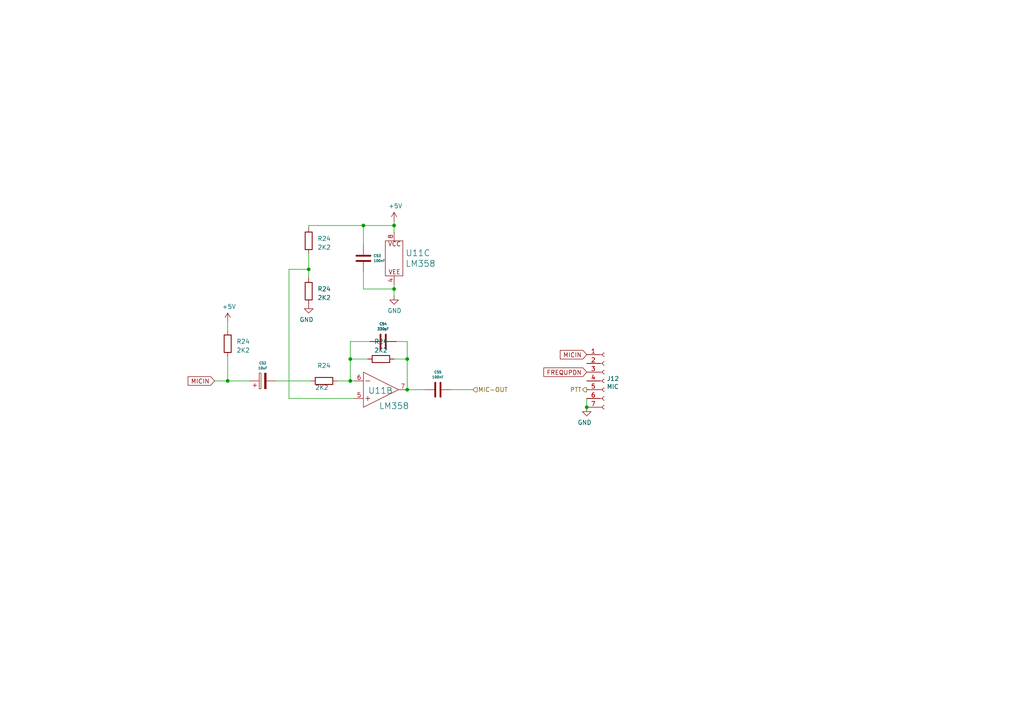
<source format=kicad_sch>
(kicad_sch (version 20230121) (generator eeschema)
  (paper "A4")
  (lib_symbols
    (symbol "Connector:Conn_01x07_Female" (pin_names (offset 1.016) hide)
      (property "Reference" "J" (at 0 10.16 0))
      (property "Value" "Conn_01x07_Female" (at 0 -10.16 0))
      (symbol "Conn_01x07_Female_1_1"
        (arc (start 0 -7.112) (mid -0.5058 -7.62) (end 0 -8.128) (stroke (width 0.1524)))
        (arc (start 0 -4.572) (mid -0.5058 -5.08) (end 0 -5.588) (stroke (width 0.1524)))
        (arc (start 0 -2.032) (mid -0.5058 -2.54) (end 0 -3.048) (stroke (width 0.1524)))
        (polyline (pts (xy -1.27 -7.62) (xy -0.508 -7.62)) (stroke (width 0.1524)))
        (polyline (pts (xy -1.27 -5.08) (xy -0.508 -5.08)) (stroke (width 0.1524)))
        (polyline (pts (xy -1.27 -2.54) (xy -0.508 -2.54)) (stroke (width 0.1524)))
        (polyline (pts (xy -1.27 0) (xy -0.508 0)) (stroke (width 0.1524)))
        (polyline (pts (xy -1.27 2.54) (xy -0.508 2.54)) (stroke (width 0.1524)))
        (polyline (pts (xy -1.27 5.08) (xy -0.508 5.08)) (stroke (width 0.1524)))
        (polyline (pts (xy -1.27 7.62) (xy -0.508 7.62)) (stroke (width 0.1524)))
        (arc (start 0 0.508) (mid -0.5058 0) (end 0 -0.508) (stroke (width 0.1524)))
        (arc (start 0 3.048) (mid -0.5058 2.54) (end 0 2.032) (stroke (width 0.1524)))
        (arc (start 0 5.588) (mid -0.5058 5.08) (end 0 4.572) (stroke (width 0.1524)))
        (arc (start 0 8.128) (mid -0.5058 7.62) (end 0 7.112) (stroke (width 0.1524)))
        (pin passive line (at -5.08 7.62 0) (length 3.81) (name "Pin_1") (number "1"))
        (pin passive line (at -5.08 5.08 0) (length 3.81) (name "Pin_2") (number "2"))
        (pin passive line (at -5.08 2.54 0) (length 3.81) (name "Pin_3") (number "3"))
        (pin passive line (at -5.08 0 0) (length 3.81) (name "Pin_4") (number "4"))
        (pin passive line (at -5.08 -2.54 0) (length 3.81) (name "Pin_5") (number "5"))
        (pin passive line (at -5.08 -5.08 0) (length 3.81) (name "Pin_6") (number "6"))
        (pin passive line (at -5.08 -7.62 0) (length 3.81) (name "Pin_7") (number "7"))
      )
    )
    (symbol "Device:R" (pin_numbers hide) (pin_names (offset 0))
      (property "Reference" "R" (at 2.032 0 90))
      (property "Value" "R" (at 0 0 90))
      (symbol "R_0_1"
        (rectangle (start -1.016 -2.54) (end 1.016 2.54) (stroke (width 0.254)))
      )
      (symbol "R_1_1"
        (pin passive line (at 0 3.81 270) (length 1.27) (name "~") (number "1"))
        (pin passive line (at 0 -3.81 90) (length 1.27) (name "~") (number "2"))
      )
    )
    (symbol "mic-preamp-rescue:Cap_Polarized-Xenir" (pin_names (offset 1.016))
      (property "Reference" "C" (at 0 -5.715 0))
      (property "Value" "Cap_Polarized-Xenir" (at 0 1.27 0))
      (symbol "Cap_Polarized-Xenir_1_1"
        (rectangle (start -0.508 -4.826) (end -1.016 -0.254))
        (polyline (pts (xy -2.794 -3.81) (xy -1.778 -3.81)))
        (polyline (pts (xy -2.286 -4.318) (xy -2.286 -3.302)))
        (rectangle (start 0.508 -0.254) (end 1.016 -4.826) (fill (type outline)))
        (pin passive line (at -3.81 -2.54 0) (length 2.794) (name "~") (number "1"))
        (pin passive line (at 3.81 -2.54 180) (length 2.794) (name "~") (number "2"))
      )
    )
    (symbol "mic-preamp-rescue:Capacitor-Xenir" (pin_names (offset 1.016))
      (property "Reference" "C" (at 0 3.175 0))
      (property "Value" "Capacitor-Xenir" (at 0 -3.175 0))
      (symbol "Capacitor-Xenir_1_1"
        (polyline (pts (xy -0.762 -2.032) (xy -0.762 2.032)) (stroke (width 0.508)))
        (polyline (pts (xy 0.762 -2.032) (xy 0.762 2.032)) (stroke (width 0.508)))
        (pin passive line (at -3.81 0 0) (length 2.794) (name "~") (number "1"))
        (pin passive line (at 3.81 0 180) (length 2.794) (name "~") (number "2"))
      )
    )
    (symbol "mic-preamp-rescue:LM358-Xenir" (pin_names (offset 1.016))
      (property "Reference" "U" (at -3.81 -1.27 0))
      (property "Value" "LM358-Xenir" (at -1.27 6.35 0))
      (symbol "LM358-Xenir_1_0"
        (polyline (pts (xy -5.08 -5.08) (xy 5.08 0)))
        (polyline (pts (xy -5.08 5.08) (xy -5.08 -5.08)))
        (polyline (pts (xy -4.445 -2.54) (xy -3.175 -2.54)))
        (polyline (pts (xy -4.445 2.54) (xy -3.175 2.54)))
        (polyline (pts (xy -3.81 -1.905) (xy -3.81 -3.175)))
        (polyline (pts (xy 5.08 0) (xy -5.08 5.08)))
        (pin output line (at 7.62 0 180) (length 2.54) (name "OUT") (number "1"))
        (pin input line (at -7.62 2.54 0) (length 2.54) (name "-IN") (number "2"))
        (pin input line (at -7.62 -2.54 0) (length 2.54) (name "+IN") (number "3"))
      )
      (symbol "LM358-Xenir_2_0"
        (polyline (pts (xy -5.08 -5.08) (xy 5.08 0)))
        (polyline (pts (xy -5.08 5.08) (xy -5.08 -5.08)))
        (polyline (pts (xy -4.445 -2.54) (xy -3.175 -2.54)))
        (polyline (pts (xy -4.445 2.54) (xy -3.175 2.54)))
        (polyline (pts (xy -3.81 -1.905) (xy -3.81 -3.175)))
        (polyline (pts (xy 5.08 0) (xy -5.08 5.08)))
        (pin input line (at -7.62 -2.54 0) (length 2.54) (name "+IN") (number "5"))
        (pin input line (at -7.62 2.54 0) (length 2.54) (name "-IN") (number "6"))
        (pin output line (at 7.62 0 180) (length 2.54) (name "OUT") (number "7"))
      )
      (symbol "LM358-Xenir_3_0"
        (polyline (pts (xy -5.08 -5.08) (xy -5.08 5.08)))
        (polyline (pts (xy -5.08 5.08) (xy 0 5.08)))
        (polyline (pts (xy 0 -5.08) (xy -5.08 -5.08)))
        (polyline (pts (xy 0 5.08) (xy 0 -5.08)))
        (text "VCC" (at -2.413 3.429 0) (effects (font (size 1.27 1.27)) (justify bottom)))
        (text "VEE" (at -2.413 -4.699 0) (effects (font (size 1.27 1.27)) (justify bottom)))
        (pin bidirectional line (at -2.54 -7.62 90) (length 2.54) (name "P$V-") (number "4"))
        (pin bidirectional line (at -2.54 7.62 270) (length 2.54) (name "P$V+") (number "8"))
      )
    )
    (symbol "power:+5V" (power) (pin_names (offset 0))
      (property "Value" "+5V" (at 0 3.556 0))
      (symbol "+5V_0_1"
        (polyline (pts (xy -0.762 1.27) (xy 0 2.54)))
        (polyline (pts (xy 0 0) (xy 0 2.54)))
        (polyline (pts (xy 0 2.54) (xy 0.762 1.27)))
      )
      (symbol "+5V_1_1"
        (pin power_in line (at 0 0 90) (length 0) hide (name "+5V") (number "1"))
      )
    )
    (symbol "power:GND" (power) (pin_names (offset 0))
      (property "Value" "GND" (at 0 -3.81 0))
      (symbol "GND_0_1"
        (polyline (pts (xy 0 0) (xy 0 -1.27) (xy 1.27 -1.27) (xy 0 -2.54) (xy -1.27 -1.27) (xy 0 -1.27)))
      )
      (symbol "GND_1_1"
        (pin power_in line (at 0 0 270) (length 0) hide (name "GND") (number "1"))
      )
    )
  )
  (junction (at 101.6 110.49))
  (junction (at 170.18 118.11))
  (junction (at 114.3 65.405))
  (junction (at 66.04 110.49))
  (junction (at 101.6 104.14))
  (junction (at 114.3 83.82))
  (junction (at 89.535 78.105))
  (junction (at 118.11 113.03))
  (junction (at 118.11 104.14))
  (junction (at 105.41 65.405))
  (wire (pts (xy 114.3 83.82) (xy 105.41 83.82)))
  (wire (pts (xy 170.18 115.57) (xy 170.18 118.11)))
  (wire (pts (xy 114.3 67.31) (xy 114.3 65.405)))
  (wire (pts (xy 118.11 99.06) (xy 118.11 104.14)))
  (wire (pts (xy 101.6 99.06) (xy 101.6 104.14)))
  (wire (pts (xy 83.82 115.57) (xy 83.82 78.105)))
  (wire (pts (xy 105.41 83.82) (xy 105.41 78.74)))
  (wire (pts (xy 114.3 83.82) (xy 114.3 85.725)))
  (wire (pts (xy 118.11 113.03) (xy 123.19 113.03)))
  (wire (pts (xy 89.535 73.66) (xy 89.535 78.105)))
  (wire (pts (xy 66.04 110.49) (xy 72.39 110.49)))
  (wire (pts (xy 114.3 104.14) (xy 118.11 104.14)))
  (wire (pts (xy 89.535 78.105) (xy 83.82 78.105)))
  (wire (pts (xy 114.3 65.405) (xy 114.3 64.135)))
  (wire (pts (xy 62.23 110.49) (xy 66.04 110.49)))
  (wire (pts (xy 106.68 104.14) (xy 101.6 104.14)))
  (wire (pts (xy 66.04 103.505) (xy 66.04 110.49)))
  (wire (pts (xy 102.87 115.57) (xy 83.82 115.57)))
  (wire (pts (xy 66.04 93.345) (xy 66.04 95.885)))
  (wire (pts (xy 101.6 104.14) (xy 101.6 110.49)))
  (wire (pts (xy 114.935 99.06) (xy 118.11 99.06)))
  (wire (pts (xy 102.87 110.49) (xy 101.6 110.49)))
  (wire (pts (xy 114.3 82.55) (xy 114.3 83.82)))
  (wire (pts (xy 105.41 65.405) (xy 114.3 65.405)))
  (wire (pts (xy 89.535 78.105) (xy 89.535 80.645)))
  (wire (pts (xy 89.535 65.405) (xy 105.41 65.405)))
  (wire (pts (xy 80.01 110.49) (xy 90.17 110.49)))
  (wire (pts (xy 105.41 71.12) (xy 105.41 65.405)))
  (wire (pts (xy 118.11 104.14) (xy 118.11 113.03)))
  (wire (pts (xy 130.81 113.03) (xy 137.16 113.03)))
  (wire (pts (xy 89.535 66.04) (xy 89.535 65.405)))
  (wire (pts (xy 101.6 110.49) (xy 97.79 110.49)))
  (wire (pts (xy 107.315 99.06) (xy 101.6 99.06)))
  (global_label "FREQUPDN" (shape input) (at 170.18 107.95 180) (property "Intersheetrefs" "${INTERSHEET_REFS}" (effects hide)))
  (global_label "MICIN" (shape input) (at 62.23 110.49 180) (property "Intersheetrefs" "${INTERSHEET_REFS}" (effects hide)))
  (global_label "MICIN" (shape input) (at 170.18 102.87 180) (property "Intersheetrefs" "${INTERSHEET_REFS}" (effects hide)))
  (hierarchical_label "PTT" (shape output) (at 170.18 113.03 180))
  (hierarchical_label "MIC-OUT" (shape input) (at 137.16 113.03 0))
  (symbol (lib_id "power:GND") (at 114.3 85.725 0) (unit 1)
    (property "Reference" "#PWR0209" (effects hide))
    (property "Value" "GND" (at 114.427 90.1192 0))
  )
  (symbol (lib_id "power:+5V") (at 66.04 93.345 0) (unit 1)
    (property "Reference" "#PWR0211" (effects hide))
    (property "Value" "+5V" (at 66.421 88.9508 0))
  )
  (symbol (lib_id "power:GND") (at 170.18 118.11 0) (unit 1)
    (property "Reference" "#PWR0210" (effects hide))
    (property "Value" "GND" (at 169.545 122.555 0))
  )
  (symbol (lib_id "Device:R") (at 66.04 99.695 0) (unit 1)
    (property "Reference" "R24" (at 68.58 99.06 0) (effects (justify left)))
    (property "Value" "2K2" (at 68.58 101.6 0) (effects (justify left)))
    (property "Footprint" "Resistor_SMD:R_0805_2012Metric_Pad1.20x1.40mm_HandSolder" (effects hide))
    (instances (project "SDR-Transceiver" (path "" (reference "R24") (unit 1)) (path "" (reference "R38") (unit 1))))
  )
  (symbol (lib_id "Device:R") (at 93.98 110.49 90) (unit 1)
    (property "Reference" "R24" (at 93.98 106.045 90))
    (property "Value" "2K2" (at 93.345 112.395 90))
    (property "Footprint" "Resistor_SMD:R_0805_2012Metric_Pad1.20x1.40mm_HandSolder" (effects hide))
    (instances (project "SDR-Transceiver" (path "" (reference "R24") (unit 1)) (path "" (reference "R41") (unit 1))))
  )
  (symbol (lib_id "mic-preamp-rescue:LM358-Xenir") (at 116.84 74.93 0) (unit 3)
    (property "Reference" "U11" (at 117.5512 73.3806 0) (effects (font (size 1.778 1.778)) (justify left)))
    (property "Value" "LM358" (at 117.5512 76.454 0) (effects (font (size 1.778 1.778)) (justify left)))
    (property "Footprint" "Package_SO:SO-5_4.4x3.6mm_P1.27mm" (effects hide))
  )
  (symbol (lib_id "mic-preamp-rescue:Capacitor-Xenir") (at 105.41 74.93 270) (unit 1)
    (property "Reference" "C53" (at 108.331 74.1934 90) (effects (font (size 0.7112 0.7112)) (justify left)))
    (property "Value" "100nF" (at 108.331 75.6412 90) (effects (font (size 0.7112 0.7112)) (justify left)))
    (property "Footprint" "Capacitor_SMD:C_1206_3216Metric" (effects hide))
  )
  (symbol (lib_id "Connector:Conn_01x07_Female") (at 175.26 110.49 0) (unit 1)
    (property "Reference" "J12" (at 175.9712 109.8296 0) (effects (justify left)))
    (property "Value" "MIC" (at 175.9712 112.141 0) (effects (justify left)))
    (property "Footprint" "Connector_PinHeader_2.54mm:PinHeader_1x07_P2.54mm_Vertical" (effects hide))
  )
  (symbol (lib_id "power:GND") (at 89.535 88.265 0) (unit 1)
    (property "Reference" "#PWR0208" (effects hide))
    (property "Value" "GND" (at 88.9 92.71 0))
  )
  (symbol (lib_id "Device:R") (at 89.535 84.455 0) (unit 1)
    (property "Reference" "R24" (at 92.075 83.82 0) (effects (justify left)))
    (property "Value" "2K2" (at 92.075 86.36 0) (effects (justify left)))
    (property "Footprint" "Resistor_SMD:R_0805_2012Metric_Pad1.20x1.40mm_HandSolder" (effects hide))
    (instances (project "SDR-Transceiver" (path "" (reference "R24") (unit 1)) (path "" (reference "R40") (unit 1))))
  )
  (symbol (lib_id "mic-preamp-rescue:Capacitor-Xenir") (at 127 113.03 180) (unit 1)
    (property "Reference" "C55" (at 127 107.9246 0) (effects (font (size 0.7112 0.7112))))
    (property "Value" "100nF" (at 127 109.3724 0) (effects (font (size 0.7112 0.7112))))
    (property "Footprint" "Capacitor_SMD:C_1206_3216Metric" (effects hide))
  )
  (symbol (lib_id "power:+5V") (at 114.3 64.135 0) (unit 1)
    (property "Reference" "#PWR0207" (effects hide))
    (property "Value" "+5V" (at 114.681 59.7408 0))
  )
  (symbol (lib_id "mic-preamp-rescue:Cap_Polarized-Xenir") (at 76.2 107.95 0) (unit 1)
    (property "Reference" "C52" (at 76.2 105.3084 0) (effects (font (size 0.7112 0.7112))))
    (property "Value" "10uF" (at 76.2 106.7562 0) (effects (font (size 0.7112 0.7112))))
    (property "Footprint" "Capacitor_SMD:CP_Elec_4x5.4" (effects hide))
  )
  (symbol (lib_id "Device:R") (at 89.535 69.85 0) (unit 1)
    (property "Reference" "R24" (at 92.075 69.215 0) (effects (justify left)))
    (property "Value" "2K2" (at 92.075 71.755 0) (effects (justify left)))
    (property "Footprint" "Resistor_SMD:R_0805_2012Metric_Pad1.20x1.40mm_HandSolder" (effects hide))
    (instances (project "SDR-Transceiver" (path "" (reference "R24") (unit 1)) (path "" (reference "R39") (unit 1))))
  )
  (symbol (lib_id "mic-preamp-rescue:Capacitor-Xenir") (at 111.125 99.06 180) (unit 1)
    (property "Reference" "C54" (at 111.125 93.9546 0) (effects (font (size 0.7112 0.7112))))
    (property "Value" "330pF" (at 111.125 95.4024 0) (effects (font (size 0.7112 0.7112))))
    (property "Footprint" "Capacitor_SMD:C_1206_3216Metric" (effects hide))
  )
  (symbol (lib_id "mic-preamp-rescue:LM358-Xenir") (at 110.49 113.03 0) (unit 2)
    (property "Reference" "U11" (at 106.68 114.3 0) (effects (font (size 1.778 1.778)) (justify left bottom)))
    (property "Value" "LM358" (at 109.855 118.745 0) (effects (font (size 1.778 1.778)) (justify left bottom)))
    (property "Footprint" "Package_SO:SO-5_4.4x3.6mm_P1.27mm" (effects hide))
  )
  (symbol (lib_id "Device:R") (at 110.49 104.14 90) (unit 1)
    (property "Reference" "R24" (at 110.49 99.06 90))
    (property "Value" "2K2" (at 110.49 101.6 90))
    (property "Footprint" "Resistor_SMD:R_0805_2012Metric_Pad1.20x1.40mm_HandSolder" (effects hide))
    (instances (project "SDR-Transceiver" (path "" (reference "R24") (unit 1)) (path "" (reference "R42") (unit 1))))
  )
)
</source>
